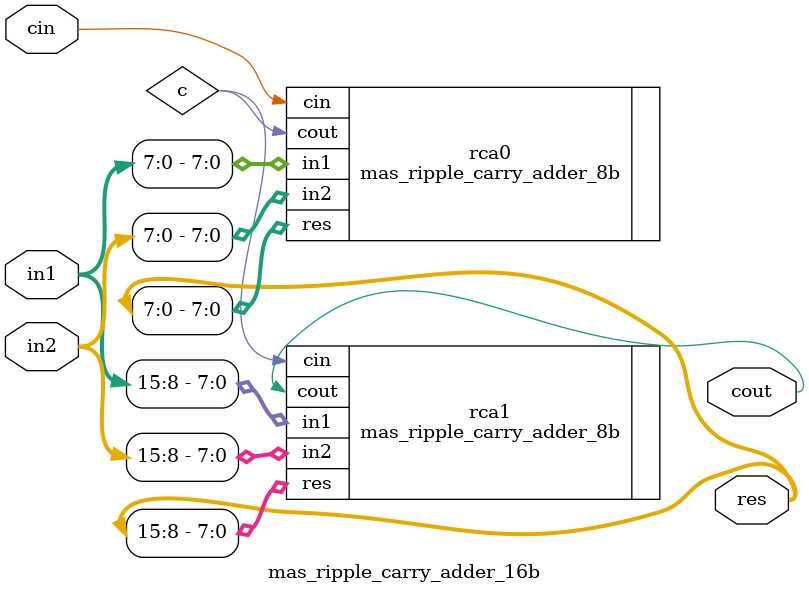
<source format=sv>

module mas_ripple_carry_adder_16b (
  input  [15:0] in1,
  input  [15:0] in2,
  input        cin,
  output       cout,
  output [15:0] res
);

wire        c  ;

mas_ripple_carry_adder_8b 
rca0 
(
.in1(in1[7:0]), 
.in2(in2[7:0]), 
.cin(cin), 
.cout(c), 
.res(res[7:0])
);

mas_ripple_carry_adder_8b 
rca1 
(
.in1(in1[15:8]), 
.in2(in2[15:8]), 
.cin(c), 
.cout(cout), 
.res(res[15:8])
);

endmodule



</source>
